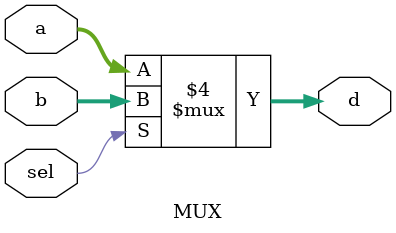
<source format=v>
`timescale 1ns / 1ns

module MUX(a, b, d, sel);
    // Parameter DATAWIDTH that describes the number of bits for the input a
    // and the output q
    parameter DATAWIDTH = 2;
    
    // Input and output declarations for the register module
    input [DATAWIDTH:0] a, b;
    input sel;
    output reg [DATAWIDTH:0] d;
    
    // Start the procedural code using an always block that is sensative
    // to the inputs "a" and "b" or the "sel" bit
    always @(a, b, sel) begin
    
        if (sel == 1'b0) begin
            d <= a;
        end
        else begin
            d <= b;
        end
          
    end
    
endmodule
</source>
